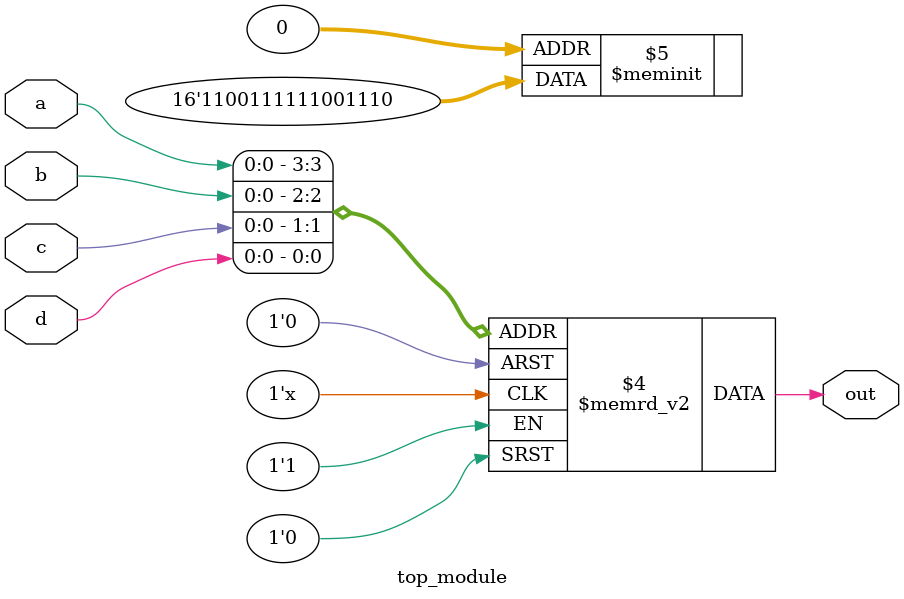
<source format=sv>
module top_module (
    input a, 
    input b,
    input c,
    input d,
    output reg out
);

always @(*) begin
    case ({a, b, c, d})
        4'b0000: out = 1'b0; // 00 00 -> 0
        4'b0001: out = 1'b1; // 00 01 -> 1
        4'b0010: out = 1'b1; // 00 10 -> 1
        4'b0011: out = 1'b1; // 00 11 -> 1

        4'b0100: out = 1'b0; // 01 00 -> 0
        4'b0101: out = 1'b0; // 01 01 -> 0
        4'b0110: out = 1'b1; // 01 10 -> 1 (chosen for don't-care)
        4'b0111: out = 1'b1; // 01 11 -> 1 (chosen for don't-care)
        
        4'b1000: out = 1'b1; // 10 00 -> 1
        4'b1001: out = 1'b1; // 10 01 -> 1
        4'b1010: out = 1'b1; // 10 10 -> 1
        4'b1011: out = 1'b1; // 10 11 -> 1

        4'b1100: out = 1'b0; // 11 00 -> 0
        4'b1101: out = 1'b0; // 11 01 -> 0
        4'b1110: out = 1'b1; // 11 10 -> 1 (chosen for don't-care)
        4'b1111: out = 1'b1; // 11 11 -> 1 (chosen for don't-care)

        default: out = 1'b0; // Default to 0 for safety
    endcase
end

endmodule

</source>
